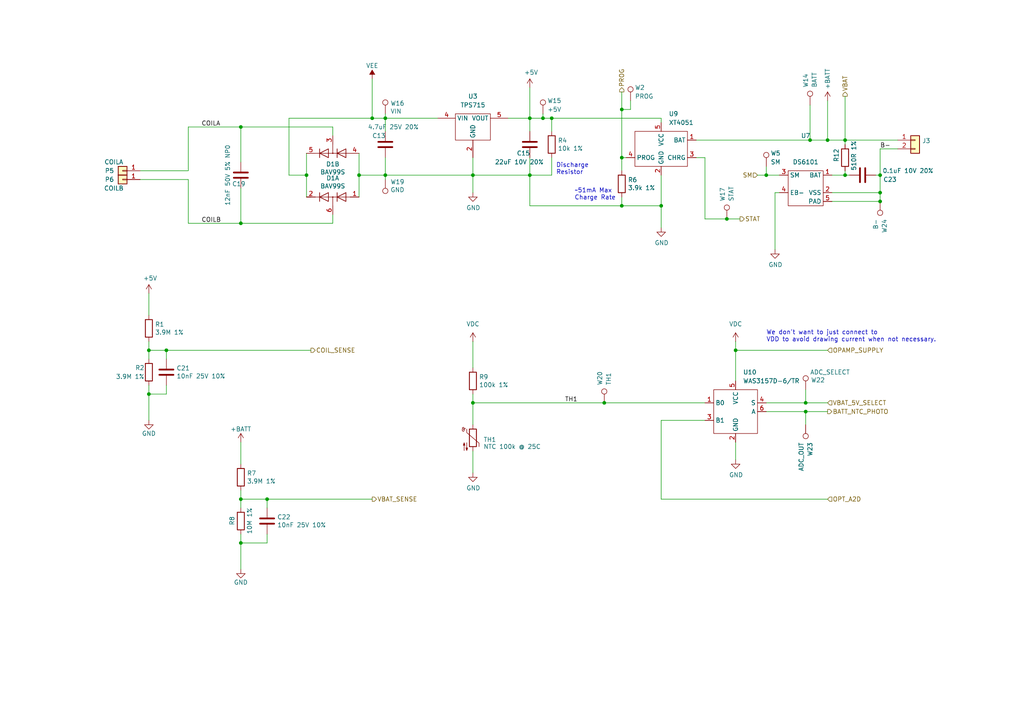
<source format=kicad_sch>
(kicad_sch (version 20250114) (generator "eeschema") (generator_version "9.0")
  (paper "A4")
  (title_block (title "Pixels D20 Schematic, Main") (date "2022-08-26") (rev "13") (company "Systemic Games, LLC") (comment 1 "Wireless Charging Circuitry"))
  (lib_symbols
    (symbol "Connector_Generic:Conn_01x01" (pin_names (offset 1.016) (hide yes))
      (property "Reference" "J" (at 0 2.54 0))
      (property "Value" "Conn_01x01" (at 0 -2.54 0))
      (symbol "Conn_01x01_1_1"
        (rectangle (start -1.27 1.27) (end 1.27 -1.27) (stroke (width 0.254)) (fill (type background)))
        (rectangle (start -1.27 0.127) (end 0 -0.127) (stroke (width 0.1524)))
        (pin passive line (at -5.08 0 0) (length 3.81) (name "Pin_1") (number "1"))
      )
    )
    (symbol "Connector_Generic:Conn_01x02" (pin_names (offset 1.016) (hide yes))
      (property "Reference" "J" (at 0 2.54 0))
      (property "Value" "Conn_01x02" (at 0 -5.08 0))
      (symbol "Conn_01x02_1_1"
        (rectangle (start -1.27 1.27) (end 1.27 -3.81) (stroke (width 0.254)) (fill (type background)))
        (rectangle (start -1.27 0.127) (end 0 -0.127) (stroke (width 0.1524)))
        (rectangle (start -1.27 -2.413) (end 0 -2.667) (stroke (width 0.1524)))
        (pin passive line (at -5.08 0 0) (length 3.81) (name "Pin_1") (number "1"))
        (pin passive line (at -5.08 -2.54 0) (length 3.81) (name "Pin_2") (number "2"))
      )
    )
    (symbol "Device:C" (pin_numbers (hide yes)) (pin_names (offset 0.254))
      (property "Reference" "C" (at 0.635 2.54 0))
      (property "Value" "C" (at 0.635 -2.54 0))
      (symbol "C_0_1"
        (polyline (pts (xy -2.032 0.762) (xy 2.032 0.762)) (stroke (width 0.508)))
        (polyline (pts (xy -2.032 -0.762) (xy 2.032 -0.762)) (stroke (width 0.508)))
      )
      (symbol "C_1_1"
        (pin passive line (at 0 3.81 270) (length 2.794) (name "~") (number "1"))
        (pin passive line (at 0 -3.81 90) (length 2.794) (name "~") (number "2"))
      )
    )
    (symbol "Device:R" (pin_numbers (hide yes)) (pin_names (offset 0))
      (property "Reference" "R" (at 2.032 0 90))
      (property "Value" "R" (at 0 0 90))
      (symbol "R_0_1"
        (rectangle (start -1.016 -2.54) (end 1.016 2.54) (stroke (width 0.254)))
      )
      (symbol "R_1_1"
        (pin passive line (at 0 3.81 270) (length 1.27) (name "~") (number "1"))
        (pin passive line (at 0 -3.81 90) (length 1.27) (name "~") (number "2"))
      )
    )
    (symbol "Device:Thermistor_NTC" (pin_numbers (hide yes)) (pin_names (offset 0))
      (property "Reference" "TH" (at -4.445 0 90))
      (property "Value" "Thermistor_NTC" (at 3.175 0 90))
      (symbol "Thermistor_NTC_0_1"
        (arc (start -3.175 2.413) (mid -3.0506 2.3165) (end -3.048 2.159))
        (arc (start -3.048 2.794) (mid -2.9736 2.9736) (end -2.794 3.048))
        (arc (start -2.794 3.048) (mid -2.6144 2.9736) (end -2.54 2.794))
        (arc (start -2.794 2.54) (mid -2.9736 2.6144) (end -3.048 2.794))
        (arc (start -2.794 1.905) (mid -2.9736 1.9794) (end -3.048 2.159))
        (arc (start -2.54 2.159) (mid -2.6144 1.9794) (end -2.794 1.905))
        (arc (start -2.159 2.794) (mid -2.434 2.5608) (end -2.794 2.54))
        (polyline (pts (xy -2.54 2.159) (xy -2.54 2.794)))
        (polyline (pts (xy -2.54 -3.683) (xy -2.54 -1.397) (xy -2.794 -2.159) (xy -2.286 -2.159) (xy -2.54 -1.397) (xy -2.54 -1.651)) (fill (type outline)))
        (polyline (pts (xy -1.778 2.54) (xy -1.778 1.524) (xy 1.778 -1.524) (xy 1.778 -2.54)))
        (polyline (pts (xy -1.778 -1.397) (xy -1.778 -3.683) (xy -2.032 -2.921) (xy -1.524 -2.921) (xy -1.778 -3.683) (xy -1.778 -3.429)) (fill (type outline)))
        (rectangle (start -1.016 2.54) (end 1.016 -2.54) (stroke (width 0.254)))
      )
      (symbol "Thermistor_NTC_1_1"
        (pin passive line (at 0 3.81 270) (length 1.27) (name "~") (number "1"))
        (pin passive line (at 0 -3.81 90) (length 1.27) (name "~") (number "2"))
      )
    )
    (symbol "Pixels-dice:BAV99S-diode" (pin_names (offset 0.0254) (hide yes))
      (property "Reference" "D" (at 0 2.54 0))
      (property "Value" "BAV99S-diode" (at 0 5.08 0))
      (symbol "BAV99S-diode_0_1"
        (polyline (pts (xy -5.08 0) (xy 5.08 0)))
        (polyline (pts (xy -3.81 1.27) (xy -1.27 0) (xy -3.81 -1.27) (xy -3.81 1.27) (xy -3.81 1.27) (xy -3.81 1.27)) (stroke (width 0.2032)))
        (polyline (pts (xy -1.27 -1.27) (xy -1.27 1.27) (xy -1.27 1.27)) (stroke (width 0.2032)))
        (polyline (pts (xy 0 0) (xy 0 -2.54)))
        (circle (center 0 0) (radius 0.127))
        (polyline (pts (xy 1.27 1.27) (xy 3.81 0) (xy 1.27 -1.27) (xy 1.27 1.27) (xy 1.27 1.27) (xy 1.27 1.27)) (stroke (width 0.2032)))
        (polyline (pts (xy 3.81 1.27) (xy 3.81 -1.27) (xy 3.81 -1.27)) (stroke (width 0.2032)))
      )
      (symbol "BAV99S-diode_1_1"
        (polyline (pts (xy 6.35 0) (xy 7.62 0)))
        (pin passive line (at -7.62 0 0) (length 2.54) (name "A1") (number "1"))
        (pin passive line (at 0 -5.08 90) (length 2.54) (name "K3A4") (number "6"))
        (pin passive line (at 7.62 0 180) (length 2.54) (name "K2") (number "2"))
      )
      (symbol "BAV99S-diode_2_1"
        (polyline (pts (xy 6.35 0) (xy 7.62 0)))
        (pin passive line (at -7.62 0 0) (length 2.54) (name "A3") (number "4"))
        (pin passive line (at 0 -5.08 90) (length 2.54) (name "K1A2") (number "3"))
        (pin passive line (at 7.62 0 180) (length 2.54) (name "K4") (number "5"))
      )
    )
    (symbol "Pixels-dice:DS6101"
      (property "Reference" "U" (at 3.556 -6.35 0))
      (property "Value" "DS6101" (at 0 0 0))
      (symbol "DS6101_0_1"
        (rectangle (start -5.08 5.08) (end 5.08 -5.08))
      )
      (symbol "DS6101_1_1"
        (pin input line (at -7.62 3.81 0) (length 2.54) (name "SM") (number "3"))
        (pin input line (at -7.62 -1.27 0) (length 2.54) (name "EB-") (number "4"))
        (pin power_in line (at 7.62 3.81 180) (length 2.54) (name "BAT") (number "1"))
        (pin power_in line (at 7.62 -1.27 180) (length 2.54) (name "VSS") (number "2"))
        (pin free line (at 7.62 -3.81 180) (length 2.54) (name "PAD") (number "5"))
      )
    )
    (symbol "Pixels-dice:TEST_1P-conn" (pin_numbers (hide yes)) (pin_names (offset 0.762) (hide yes))
      (property "Reference" "W" (at 0 6.858 0))
      (property "Value" "TEST_1P-conn" (at 0 5.08 0))
      (symbol "TEST_1P-conn_0_1"
        (circle (center 0 3.302) (radius 0.762))
      )
      (symbol "TEST_1P-conn_1_1"
        (pin passive line (at 0 0 90) (length 2.54) (name "1") (number "1"))
      )
    )
    (symbol "Pixels-dice:TPS715"
      (property "Reference" "U" (at 3.048 -5.08 0))
      (property "Value" "TPS715" (at -0.254 5.08 0))
      (symbol "TPS715_0_1"
        (rectangle (start -5.08 3.81) (end 5.08 -3.81))
      )
      (symbol "TPS715_1_1"
        (pin power_in line (at -10.16 2.54 0) (length 5.08) (name "VIN") (number "4"))
        (pin power_in line (at 0 -8.89 90) (length 5.08) (name "GND") (number "2"))
        (pin power_out line (at 10.16 2.54 180) (length 5.08) (name "VOUT") (number "5"))
      )
    )
    (symbol "Pixels-dice:WAS3157D-6/TR"
      (property "Reference" "U" (at 3.81 -7.874 0))
      (property "Value" "WAS3157D-6/TR" (at 12.954 7.62 0))
      (symbol "WAS3157D-6/TR_0_1"
        (rectangle (start -6.35 6.35) (end 6.35 -6.35))
      )
      (symbol "WAS3157D-6/TR_1_1"
        (pin bidirectional line (at -8.89 2.54 0) (length 2.54) (name "B0") (number "1"))
        (pin bidirectional line (at -8.89 -2.54 0) (length 2.54) (name "B1") (number "3"))
        (pin power_in line (at 0 8.89 270) (length 2.54) (name "VCC") (number "5"))
        (pin power_in line (at 0 -8.89 90) (length 2.54) (name "GND") (number "2"))
        (pin input line (at 8.89 2.54 180) (length 2.54) (name "S") (number "4"))
        (pin bidirectional line (at 8.89 0 180) (length 2.54) (name "A") (number "6"))
      )
    )
    (symbol "Pixels-dice:XT4051"
      (property "Reference" "U" (at 5.334 -6.35 0))
      (property "Value" "XT4051" (at 0 1.27 0))
      (symbol "XT4051_0_1"
        (rectangle (start -7.62 5.08) (end 7.62 -5.08))
      )
      (symbol "XT4051_1_1"
        (pin input line (at -10.16 -2.54 0) (length 2.54) (name "PROG") (number "4"))
        (pin power_in line (at 0 7.62 270) (length 2.54) (name "VCC") (number "5"))
        (pin power_in line (at 0 -7.62 90) (length 2.54) (name "GND") (number "2"))
        (pin power_out line (at 10.16 2.54 180) (length 2.54) (name "BAT") (number "1"))
        (pin output line (at 10.16 -2.54 180) (length 2.54) (name "CHRG") (number "3"))
      )
    )
    (symbol "power:+5V" (power) (pin_names (offset 0))
      (property "Value" "+5V" (at 0 3.556 0))
      (symbol "+5V_0_1"
        (polyline (pts (xy -0.762 1.27) (xy 0 2.54)))
        (polyline (pts (xy 0 2.54) (xy 0.762 1.27)))
        (polyline (pts (xy 0 0) (xy 0 2.54)))
      )
      (symbol "+5V_1_1"
        (pin power_in line (at 0 0 90) (length 0) (hide yes) (name "+5V") (number "1"))
      )
    )
    (symbol "power:+BATT" (power) (pin_names (offset 0))
      (property "Value" "+BATT" (at 0 3.556 0))
      (symbol "+BATT_0_1"
        (polyline (pts (xy -0.762 1.27) (xy 0 2.54)))
        (polyline (pts (xy 0 2.54) (xy 0.762 1.27)))
        (polyline (pts (xy 0 0) (xy 0 2.54)))
      )
      (symbol "+BATT_1_1"
        (pin power_in line (at 0 0 90) (length 0) (hide yes) (name "+BATT") (number "1"))
      )
    )
    (symbol "power:GND" (power) (pin_names (offset 0))
      (property "Value" "GND" (at 0 -3.81 0))
      (symbol "GND_0_1"
        (polyline (pts (xy 0 0) (xy 0 -1.27) (xy 1.27 -1.27) (xy 0 -2.54) (xy -1.27 -1.27) (xy 0 -1.27)))
      )
      (symbol "GND_1_1"
        (pin power_in line (at 0 0 270) (length 0) (hide yes) (name "GND") (number "1"))
      )
    )
    (symbol "power:VDC" (power) (pin_numbers (hide yes)) (pin_names (offset 0) (hide yes))
      (property "Value" "VDC" (at 0 3.556 0))
      (symbol "VDC_0_1"
        (polyline (pts (xy -0.762 1.27) (xy 0 2.54)))
        (polyline (pts (xy 0 2.54) (xy 0.762 1.27)))
        (polyline (pts (xy 0 0) (xy 0 2.54)))
      )
      (symbol "VDC_1_1"
        (pin power_in line (at 0 0 90) (length 0) (name "~") (number "1"))
      )
    )
    (symbol "power:VEE" (power) (pin_names (offset 0))
      (property "Value" "VEE" (at 0 3.81 0))
      (symbol "VEE_0_1"
        (polyline (pts (xy 0 0) (xy 0 2.54)))
        (polyline (pts (xy 0.762 1.27) (xy -0.762 1.27) (xy 0 2.54) (xy 0.762 1.27)) (fill (type outline)))
      )
      (symbol "VEE_1_1"
        (pin power_in line (at 0 0 90) (length 0) (hide yes) (name "VEE") (number "1"))
      )
    )
  )
  (text "We don't want to just connect to\nVDD to avoid drawing current when not necessary." (at 222.25 99.314 0) (effects (font (size 1.27 1.27)) (justify left bottom)))
  (text "~51mA Max\nCharge Rate" (at 166.624 58.166 0) (effects (font (size 1.27 1.27)) (justify left bottom)))
  (text "Discharge\nResistor" (at 161.29 50.8 0) (effects (font (size 1.27 1.27)) (justify left bottom)))
  (junction (at 245.11 50.8))
  (junction (at 88.9 50.8))
  (junction (at 180.34 59.69))
  (junction (at 245.11 40.64))
  (junction (at 43.18 101.6))
  (junction (at 43.18 114.3))
  (junction (at 191.77 59.69))
  (junction (at 77.47 144.78))
  (junction (at 160.02 34.29))
  (junction (at 153.67 50.8))
  (junction (at 240.03 40.64))
  (junction (at 137.16 50.8))
  (junction (at 111.76 50.8))
  (junction (at 69.85 36.83))
  (junction (at 180.34 31.75))
  (junction (at 137.16 116.84))
  (junction (at 175.26 116.84))
  (junction (at 111.76 34.29))
  (junction (at 222.25 50.8))
  (junction (at 180.34 45.72))
  (junction (at 233.68 119.38))
  (junction (at 233.68 116.84))
  (junction (at 69.85 157.48))
  (junction (at 48.26 101.6))
  (junction (at 234.95 40.64))
  (junction (at 255.27 58.42))
  (junction (at 153.67 34.29))
  (junction (at 69.85 64.77))
  (junction (at 213.36 101.6))
  (junction (at 157.48 34.29))
  (junction (at 69.85 144.78))
  (junction (at 104.14 50.8))
  (junction (at 210.82 63.5))
  (junction (at 107.95 34.29))
  (junction (at 255.27 50.8))
  (junction (at 255.27 55.88))
  (wire (pts (xy 160.02 45.72) (xy 160.02 50.8)))
  (wire (pts (xy 153.67 59.69) (xy 180.34 59.69)))
  (wire (pts (xy 213.36 101.6) (xy 213.36 110.49)))
  (wire (pts (xy 233.68 119.38) (xy 240.03 119.38)))
  (wire (pts (xy 69.85 64.77) (xy 54.61 64.77)))
  (wire (pts (xy 234.95 40.64) (xy 240.03 40.64)))
  (wire (pts (xy 77.47 157.48) (xy 69.85 157.48)))
  (wire (pts (xy 43.18 111.76) (xy 43.18 114.3)))
  (wire (pts (xy 191.77 144.78) (xy 240.03 144.78)))
  (wire (pts (xy 153.67 50.8) (xy 153.67 59.69)))
  (wire (pts (xy 222.25 116.84) (xy 233.68 116.84)))
  (wire (pts (xy 111.76 34.29) (xy 127 34.29)))
  (wire (pts (xy 147.32 34.29) (xy 153.67 34.29)))
  (wire (pts (xy 157.48 33.02) (xy 157.48 34.29)))
  (wire (pts (xy 204.47 63.5) (xy 210.82 63.5)))
  (wire (pts (xy 43.18 91.44) (xy 43.18 85.09)))
  (wire (pts (xy 69.85 36.83) (xy 54.61 36.83)))
  (wire (pts (xy 160.02 34.29) (xy 160.02 38.1)))
  (wire (pts (xy 245.11 27.94) (xy 245.11 40.64)))
  (wire (pts (xy 153.67 25.4) (xy 153.67 34.29)))
  (wire (pts (xy 245.11 40.64) (xy 240.03 40.64)))
  (wire (pts (xy 54.61 64.77) (xy 54.61 52.07)))
  (wire (pts (xy 180.34 59.69) (xy 191.77 59.69)))
  (wire (pts (xy 88.9 44.45) (xy 88.9 50.8)))
  (wire (pts (xy 153.67 50.8) (xy 153.67 45.72)))
  (wire (pts (xy 40.64 49.53) (xy 54.61 49.53)))
  (wire (pts (xy 234.95 30.48) (xy 234.95 40.64)))
  (wire (pts (xy 204.47 45.72) (xy 204.47 63.5)))
  (wire (pts (xy 43.18 99.06) (xy 43.18 101.6)))
  (wire (pts (xy 43.18 114.3) (xy 43.18 121.92)))
  (wire (pts (xy 255.27 43.18) (xy 260.35 43.18)))
  (wire (pts (xy 222.25 50.8) (xy 226.06 50.8)))
  (wire (pts (xy 43.18 104.14) (xy 43.18 101.6)))
  (wire (pts (xy 137.16 99.06) (xy 137.16 106.68)))
  (wire (pts (xy 54.61 36.83) (xy 54.61 49.53)))
  (wire (pts (xy 88.9 50.8) (xy 88.9 57.15)))
  (wire (pts (xy 157.48 34.29) (xy 160.02 34.29)))
  (wire (pts (xy 104.14 44.45) (xy 104.14 50.8)))
  (wire (pts (xy 137.16 50.8) (xy 153.67 50.8)))
  (wire (pts (xy 104.14 50.8) (xy 104.14 57.15)))
  (wire (pts (xy 160.02 34.29) (xy 191.77 34.29)))
  (wire (pts (xy 111.76 33.02) (xy 111.76 34.29)))
  (wire (pts (xy 77.47 144.78) (xy 69.85 144.78)))
  (wire (pts (xy 240.03 101.6) (xy 213.36 101.6)))
  (wire (pts (xy 182.88 31.75) (xy 180.34 31.75)))
  (wire (pts (xy 77.47 154.94) (xy 77.47 157.48)))
  (wire (pts (xy 48.26 111.76) (xy 48.26 114.3)))
  (wire (pts (xy 137.16 116.84) (xy 175.26 116.84)))
  (wire (pts (xy 222.25 119.38) (xy 233.68 119.38)))
  (wire (pts (xy 233.68 119.38) (xy 233.68 123.19)))
  (wire (pts (xy 241.3 58.42) (xy 255.27 58.42)))
  (wire (pts (xy 43.18 101.6) (xy 48.26 101.6)))
  (wire (pts (xy 255.27 55.88) (xy 241.3 55.88)))
  (wire (pts (xy 255.27 50.8) (xy 255.27 55.88)))
  (wire (pts (xy 137.16 114.3) (xy 137.16 116.84)))
  (wire (pts (xy 224.79 55.88) (xy 226.06 55.88)))
  (wire (pts (xy 245.11 50.8) (xy 241.3 50.8)))
  (wire (pts (xy 222.25 48.26) (xy 222.25 50.8)))
  (wire (pts (xy 96.52 62.23) (xy 96.52 64.77)))
  (wire (pts (xy 255.27 58.42) (xy 255.27 55.88)))
  (wire (pts (xy 111.76 34.29) (xy 111.76 38.1)))
  (wire (pts (xy 182.88 29.21) (xy 182.88 31.75)))
  (wire (pts (xy 137.16 50.8) (xy 137.16 55.88)))
  (wire (pts (xy 204.47 45.72) (xy 201.93 45.72)))
  (wire (pts (xy 233.68 116.84) (xy 240.03 116.84)))
  (wire (pts (xy 137.16 130.81) (xy 137.16 137.16)))
  (wire (pts (xy 213.36 99.06) (xy 213.36 101.6)))
  (wire (pts (xy 180.34 31.75) (xy 180.34 45.72)))
  (wire (pts (xy 69.85 144.78) (xy 69.85 147.32)))
  (wire (pts (xy 245.11 40.64) (xy 245.11 41.91)))
  (wire (pts (xy 69.85 128.27) (xy 69.85 134.62)))
  (wire (pts (xy 69.85 154.94) (xy 69.85 157.48)))
  (wire (pts (xy 77.47 144.78) (xy 107.95 144.78)))
  (wire (pts (xy 175.26 116.84) (xy 204.47 116.84)))
  (wire (pts (xy 40.64 52.07) (xy 54.61 52.07)))
  (wire (pts (xy 240.03 29.21) (xy 240.03 40.64)))
  (wire (pts (xy 48.26 101.6) (xy 90.17 101.6)))
  (wire (pts (xy 69.85 54.61) (xy 69.85 64.77)))
  (wire (pts (xy 224.79 55.88) (xy 224.79 72.39)))
  (wire (pts (xy 111.76 50.8) (xy 104.14 50.8)))
  (wire (pts (xy 219.71 50.8) (xy 222.25 50.8)))
  (wire (pts (xy 191.77 35.56) (xy 191.77 34.29)))
  (wire (pts (xy 48.26 104.14) (xy 48.26 101.6)))
  (wire (pts (xy 191.77 50.8) (xy 191.77 59.69)))
  (wire (pts (xy 180.34 26.67) (xy 180.34 31.75)))
  (wire (pts (xy 213.36 128.27) (xy 213.36 133.35)))
  (wire (pts (xy 233.68 113.03) (xy 233.68 116.84)))
  (wire (pts (xy 210.82 63.5) (xy 214.63 63.5)))
  (wire (pts (xy 153.67 34.29) (xy 153.67 38.1)))
  (wire (pts (xy 83.82 34.29) (xy 107.95 34.29)))
  (wire (pts (xy 137.16 45.72) (xy 137.16 50.8)))
  (wire (pts (xy 255.27 43.18) (xy 255.27 50.8)))
  (wire (pts (xy 69.85 36.83) (xy 96.52 36.83)))
  (wire (pts (xy 88.9 50.8) (xy 83.82 50.8)))
  (wire (pts (xy 77.47 144.78) (xy 77.47 147.32)))
  (wire (pts (xy 48.26 114.3) (xy 43.18 114.3)))
  (wire (pts (xy 181.61 45.72) (xy 180.34 45.72)))
  (wire (pts (xy 245.11 49.53) (xy 245.11 50.8)))
  (wire (pts (xy 111.76 52.07) (xy 111.76 50.8)))
  (wire (pts (xy 160.02 50.8) (xy 153.67 50.8)))
  (wire (pts (xy 69.85 142.24) (xy 69.85 144.78)))
  (wire (pts (xy 254 50.8) (xy 255.27 50.8)))
  (wire (pts (xy 153.67 34.29) (xy 157.48 34.29)))
  (wire (pts (xy 245.11 40.64) (xy 260.35 40.64)))
  (wire (pts (xy 191.77 144.78) (xy 191.77 121.92)))
  (wire (pts (xy 201.93 40.64) (xy 234.95 40.64)))
  (wire (pts (xy 83.82 50.8) (xy 83.82 34.29)))
  (wire (pts (xy 180.34 57.15) (xy 180.34 59.69)))
  (wire (pts (xy 69.85 157.48) (xy 69.85 165.1)))
  (wire (pts (xy 107.95 22.86) (xy 107.95 34.29)))
  (wire (pts (xy 111.76 45.72) (xy 111.76 50.8)))
  (wire (pts (xy 191.77 121.92) (xy 204.47 121.92)))
  (wire (pts (xy 111.76 50.8) (xy 137.16 50.8)))
  (wire (pts (xy 96.52 39.37) (xy 96.52 36.83)))
  (wire (pts (xy 180.34 45.72) (xy 180.34 49.53)))
  (wire (pts (xy 69.85 46.99) (xy 69.85 36.83)))
  (wire (pts (xy 191.77 59.69) (xy 191.77 66.04)))
  (wire (pts (xy 107.95 34.29) (xy 111.76 34.29)))
  (wire (pts (xy 245.11 50.8) (xy 246.38 50.8)))
  (wire (pts (xy 137.16 116.84) (xy 137.16 123.19)))
  (wire (pts (xy 69.85 64.77) (xy 96.52 64.77)))
  (label "COILB" (at 58.42 64.77 0))
  (label "B-" (at 255.27 43.18 0))
  (label "TH1" (at 163.83 116.84 0))
  (label "COILA" (at 58.42 36.83 0))
  (hierarchical_label "SM" (shape input) (at 219.71 50.8 180))
  (hierarchical_label "PROG" (shape output) (at 180.34 26.67 90))
  (hierarchical_label "VBAT_5V_SELECT" (shape input) (at 240.03 116.84 0))
  (hierarchical_label "VBAT" (shape output) (at 245.11 27.94 90))
  (hierarchical_label "OPT_A2D" (shape input) (at 240.03 144.78 0))
  (hierarchical_label "VBAT_SENSE" (shape output) (at 107.95 144.78 0))
  (hierarchical_label "COIL_SENSE" (shape output) (at 90.17 101.6 0))
  (hierarchical_label "STAT" (shape output) (at 214.63 63.5 0))
  (hierarchical_label "BATT_NTC_PHOTO" (shape output) (at 240.03 119.38 0))
  (hierarchical_label "OPAMP_SUPPLY" (shape input) (at 240.03 101.6 0))
  (symbol (lib_id "power:GND") (at 224.79 72.39 0) (unit 1)
    (property "Reference" "#PWR052" (effects (hide yes)))
    (property "Value" "GND" (at 224.917 76.7842 0))
  )
  (symbol (lib_id "Pixels-dice:TPS715") (at 137.16 36.83 0) (unit 1)
    (property "Reference" "U3" (at 137.16 27.94 0))
    (property "Value" "TPS715" (at 137.16 30.48 0))
    (property "Footprint" "Package_TO_SOT_SMD:SOT-353_SC-70-5" (effects (hide yes)))
    (property "Manufacturer" "TECH PUBLIC" (effects (hide yes)))
    (property "Part Number" "TPS71550DCKR-TP" (effects (hide yes)))
    (property "Alternate Manufacturer" "Texas Instruments" (effects (hide yes)))
    (property "Alternate PN" "TPS71550DCKR" (effects (hide yes)))
    (property "Alternate LCSC Part #" "C571193" (effects (hide yes)))
    (property "LCSC Part #" "C7202975" (effects (hide yes)))
  )
  (symbol (lib_id "Pixels-dice:TEST_1P-conn") (at 233.68 123.19 180) (unit 1) (in_bom no)
    (property "Reference" "W23" (at 234.95 128.27 90) (effects (justify left)))
    (property "Value" "ADC_OUT" (at 232.41 128.27 90) (effects (justify left)))
    (property "Footprint" "Pixels-dice:TEST_PIN" (effects (hide yes)))
    (property "Generic OK" "N/A" (effects (hide yes)))
  )
  (symbol (lib_id "Device:C") (at 111.76 41.91 0) (unit 1)
    (property "Reference" "C13" (at 107.95 39.37 0) (effects (justify left)))
    (property "Value" "4.7uF 25V 20%" (at 106.68 36.83 0) (effects (justify left)))
    (property "Footprint" "Capacitor_SMD:C_0402_1005Metric" (effects (hide yes)))
    (property "Generic OK" "YES" (effects (hide yes)))
    (property "Manufacturer" "HRE" (effects (hide yes)))
    (property "Part Number" "CGA0402X5R475M250GT" (effects (hide yes)))
    (property "LCSC Part #" "C6119795" (effects (hide yes)))
  )
  (symbol (lib_id "Device:R") (at 137.16 110.49 0) (unit 1)
    (property "Reference" "R9" (at 138.938 109.3216 0) (effects (justify left)))
    (property "Value" "100k 1%" (at 138.938 111.633 0) (effects (justify left)))
    (property "Footprint" "Resistor_SMD:R_0201_0603Metric" (effects (hide yes)))
    (property "Generic OK" "YES" (effects (hide yes)))
    (property "Manufacturer" "UNI-ROYAL(Uniroyal Elec)" (effects (hide yes)))
    (property "Part Number" "0201WMF1003TEE" (effects (hide yes)))
    (property "LCSC Part #" "C270364" (effects (hide yes)))
  )
  (symbol (lib_id "Pixels-dice:TEST_1P-conn") (at 111.76 33.02 0) (unit 1) (in_bom no)
    (property "Reference" "W16" (at 113.2332 29.972 0) (effects (justify left)))
    (property "Value" "VIN" (at 113.2332 32.2834 0) (effects (justify left)))
    (property "Footprint" "Pixels-dice:TEST_PIN" (effects (hide yes)))
    (property "Generic OK" "N/A" (effects (hide yes)))
  )
  (symbol (lib_id "Device:R") (at 160.02 41.91 0) (unit 1)
    (property "Reference" "R4" (at 161.798 40.7416 0) (effects (justify left)))
    (property "Value" "10k 1%" (at 161.798 43.053 0) (effects (justify left)))
    (property "Footprint" "Resistor_SMD:R_0201_0603Metric" (effects (hide yes)))
    (property "Generic OK" "YES" (effects (hide yes)))
    (property "Manufacturer" "UNI-ROYAL(Uniroyal Elec)" (effects (hide yes)))
    (property "Part Number" "0201WMF1002TEE" (effects (hide yes)))
    (property "LCSC Part #" "C473048" (effects (hide yes)))
  )
  (symbol (lib_id "Device:Thermistor_NTC") (at 137.16 127 0) (unit 1)
    (property "Reference" "TH1" (at 140.208 127.508 0) (effects (justify left)))
    (property "Value" "NTC 100k @ 25C" (at 140.208 129.54 0) (effects (justify left)))
    (property "Footprint" "Pixels-dice:R_0402_1005Metric" (effects (hide yes)))
    (property "Generic OK" "NO" (effects (hide yes)))
    (property "Manufacturer" "TDK" (effects (hide yes)))
    (property "Part Number" "NTCG104EF104FT1X" (effects (hide yes)))
    (property "LCSC Part #" "C107344" (effects (hide yes)))
  )
  (symbol (lib_id "power:VEE") (at 107.95 22.86 0) (unit 1)
    (property "Reference" "#PWR032" (effects (hide yes)))
    (property "Value" "VEE" (at 107.95 19.05 0))
  )
  (symbol (lib_id "power:+5V") (at 43.18 85.09 0) (unit 1)
    (property "Reference" "#PWR057" (effects (hide yes)))
    (property "Value" "+5V" (at 43.561 80.6958 0))
  )
  (symbol (lib_id "Device:C") (at 69.85 50.8 0) (unit 1)
    (property "Reference" "C19" (at 67.31 53.34 0) (effects (justify left)))
    (property "Value" "12nF 50V 5% NP0" (at 66.04 59.69 90) (effects (justify left)))
    (property "Footprint" "Capacitor_SMD:C_0805_2012Metric" (effects (hide yes)))
    (property "Generic OK" "NO" (effects (hide yes)))
    (property "Manufacturer" "Murata" (effects (hide yes)))
    (property "Part Number" "GRM2195C1H123JA01D" (effects (hide yes)))
    (property "LCSC Part #" "C97906" (effects (hide yes)))
  )
  (symbol (lib_id "Device:C") (at 250.19 50.8 90) (unit 1)
    (property "Reference" "C23" (at 260.096 52.07 90) (effects (justify left)))
    (property "Value" "0.1uF 10V 20%" (at 270.764 49.53 90) (effects (justify left)))
    (property "Footprint" "Capacitor_SMD:C_0201_0603Metric" (effects (hide yes)))
    (property "Generic OK" "YES" (effects (hide yes)))
    (property "Manufacturer" "HRE" (effects (hide yes)))
    (property "Part Number" "CGA0201X5R104K100ET" (effects (hide yes)))
    (property "LCSC Part #" "C6119757" (effects (hide yes)))
  )
  (symbol (lib_id "Device:R") (at 180.34 53.34 0) (unit 1)
    (property "Reference" "R6" (at 182.118 52.1716 0) (effects (justify left)))
    (property "Value" "3.9k 1%" (at 182.118 54.483 0) (effects (justify left)))
    (property "Footprint" "Resistor_SMD:R_0201_0603Metric" (effects (hide yes)))
    (property "Generic OK" "YES" (effects (hide yes)))
    (property "Manufacturer" "UNI-ROYAL(Uniroyal Elec)" (effects (hide yes)))
    (property "Part Number" "0201WMF3651TEE" (effects (hide yes)))
    (property "LCSC Part #" "C516477" (effects (hide yes)))
  )
  (symbol (lib_id "Pixels-dice:TEST_1P-conn") (at 255.27 58.42 180) (unit 1) (in_bom no)
    (property "Reference" "W24" (at 256.54 63.5 90) (effects (justify left)))
    (property "Value" "B-" (at 254 63.5 90) (effects (justify left)))
    (property "Footprint" "Pixels-dice:TEST_PIN" (effects (hide yes)))
    (property "Generic OK" "N/A" (effects (hide yes)))
  )
  (symbol (lib_id "Device:R") (at 69.85 138.43 0) (unit 1)
    (property "Reference" "R7" (at 71.628 137.2616 0) (effects (justify left)))
    (property "Value" "3.9M 1%" (at 71.628 139.573 0) (effects (justify left)))
    (property "Footprint" "Resistor_SMD:R_0201_0603Metric" (effects (hide yes)))
    (property "Generic OK" "YES" (effects (hide yes)))
    (property "Manufacturer" "UNI-ROYAL(Uniroyal Elec)" (effects (hide yes)))
    (property "Part Number" "0201WMF3904TEE" (effects (hide yes)))
    (property "Alternate Manufacturer" "RALEC" (effects (hide yes)))
    (property "Alternate PN" "RTT013904FTH" (effects (hide yes)))
    (property "Alternate LCSC Part #" "C166210" (effects (hide yes)))
    (property "LCSC Part #" "C423545" (effects (hide yes)))
  )
  (symbol (lib_id "power:+BATT") (at 69.85 128.27 0) (unit 1)
    (property "Reference" "#PWR058" (effects (hide yes)))
    (property "Value" "+BATT" (at 69.85 124.46 0))
  )
  (symbol (lib_id "Device:R") (at 69.85 151.13 0) (unit 1)
    (property "Reference" "R8" (at 67.31 152.4 90) (effects (justify left)))
    (property "Value" "10M 1%" (at 72.39 154.94 90) (effects (justify left)))
    (property "Footprint" "Resistor_SMD:R_0201_0603Metric" (effects (hide yes)))
    (property "Generic OK" "YES" (effects (hide yes)))
    (property "Manufacturer" "UNI-ROYAL(Uniroyal Elec)" (effects (hide yes)))
    (property "Part Number" "0201WMF1005TEE" (effects (hide yes)))
    (property "LCSC Part #" "C423797" (effects (hide yes)))
  )
  (symbol (lib_id "power:VDC") (at 213.36 99.06 0) (unit 1)
    (property "Reference" "#PWR013" (effects (hide yes)))
    (property "Value" "VDC" (at 213.36 93.98 0))
    (property "Description" "Power symbol creates a global label with name \"VDC\"" (effects (hide yes)))
  )
  (symbol (lib_id "Device:R") (at 43.18 95.25 0) (unit 1)
    (property "Reference" "R1" (at 44.958 94.0816 0) (effects (justify left)))
    (property "Value" "3.9M 1%" (at 44.958 96.393 0) (effects (justify left)))
    (property "Footprint" "Resistor_SMD:R_0201_0603Metric" (effects (hide yes)))
    (property "Generic OK" "YES" (effects (hide yes)))
    (property "Manufacturer" "UNI-ROYAL(Uniroyal Elec)" (effects (hide yes)))
    (property "Part Number" "0201WMF3904TEE" (effects (hide yes)))
    (property "Alternate Manufacturer" "RALEC" (effects (hide yes)))
    (property "Alternate PN" "RTT013904FTH" (effects (hide yes)))
    (property "Alternate LCSC Part #" "C166210" (effects (hide yes)))
    (property "LCSC Part #" "C423545" (effects (hide yes)))
  )
  (symbol (lib_id "Device:R") (at 43.18 107.95 180) (unit 1)
    (property "Reference" "R2" (at 41.91 106.68 0) (effects (justify left)))
    (property "Value" "3.9M 1%" (at 41.91 109.22 0) (effects (justify left)))
    (property "Footprint" "Resistor_SMD:R_0201_0603Metric" (effects (hide yes)))
    (property "Generic OK" "YES" (effects (hide yes)))
    (property "Manufacturer" "UNI-ROYAL(Uniroyal Elec)" (effects (hide yes)))
    (property "Part Number" "0201WMF3904TEE" (effects (hide yes)))
    (property "Alternate Manufacturer" "RALEC" (effects (hide yes)))
    (property "Alternate PN" "RTT013904FTH" (effects (hide yes)))
    (property "Alternate LCSC Part #" "C166210" (effects (hide yes)))
    (property "LCSC Part #" "C423545" (effects (hide yes)))
  )
  (symbol (lib_id "power:GND") (at 69.85 165.1 0) (unit 1)
    (property "Reference" "#PWR060" (effects (hide yes)))
    (property "Value" "GND" (at 69.85 168.91 0))
  )
  (symbol (lib_id "power:+5V") (at 153.67 25.4 0) (unit 1)
    (property "Reference" "#PWR040" (effects (hide yes)))
    (property "Value" "+5V" (at 154.051 21.0058 0))
  )
  (symbol (lib_id "Device:C") (at 77.47 151.13 0) (unit 1)
    (property "Reference" "C22" (at 80.391 149.9616 0) (effects (justify left)))
    (property "Value" "10nF 25V 10%" (at 80.391 152.273 0) (effects (justify left)))
    (property "Footprint" "Capacitor_SMD:C_0201_0603Metric" (effects (hide yes)))
    (property "Generic OK" "YES" (effects (hide yes)))
    (property "Manufacturer" "HRE" (effects (hide yes)))
    (property "Part Number" "CGA0201X5R103K250ET" (effects (hide yes)))
    (property "Alternate Manufacturer" "Murata Electronics" (effects (hide yes)))
    (property "Alternate PN" "GRM033R71A103KA01D" (effects (hide yes)))
    (property "Alternate LCSC Part #" "C76941" (effects (hide yes)))
    (property "LCSC Part #" "C7503521" (effects (hide yes)))
  )
  (symbol (lib_id "Pixels-dice:TEST_1P-conn") (at 210.82 63.5 0) (unit 1) (in_bom no)
    (property "Reference" "W17" (at 209.55 58.42 90) (effects (justify left)))
    (property "Value" "STAT" (at 212.09 58.42 90) (effects (justify left)))
    (property "Footprint" "Pixels-dice:TEST_PIN" (effects (hide yes)))
    (property "Generic OK" "N/A" (effects (hide yes)))
  )
  (symbol (lib_id "Pixels-dice:TEST_1P-conn") (at 233.68 113.03 0) (unit 1) (in_bom no)
    (property "Reference" "W22" (at 235.204 110.236 0) (effects (justify left)))
    (property "Value" "ADC_SELECT" (at 234.95 107.95 0) (effects (justify left)))
    (property "Footprint" "Pixels-dice:TEST_PIN" (effects (hide yes)))
    (property "Generic OK" "N/A" (effects (hide yes)))
  )
  (symbol (lib_id "Device:R") (at 245.11 45.72 0) (unit 1)
    (property "Reference" "R12" (at 242.57 46.99 90) (effects (justify left)))
    (property "Value" "510R 1%" (at 247.65 49.53 90) (effects (justify left)))
    (property "Footprint" "Resistor_SMD:R_0201_0603Metric" (effects (hide yes)))
    (property "Generic OK" "YES" (effects (hide yes)))
    (property "Manufacturer" "UNI-ROYAL(Uniroyal Elec)" (effects (hide yes)))
    (property "Part Number" "NQ01WMJ0511TEE" (effects (hide yes)))
    (property "LCSC Part #" "C965307" (effects (hide yes)))
  )
  (symbol (lib_id "power:GND") (at 191.77 66.04 0) (unit 1)
    (property "Reference" "#PWR051" (effects (hide yes)))
    (property "Value" "GND" (at 191.897 70.4342 0))
  )
  (symbol (lib_id "power:GND") (at 137.16 55.88 0) (unit 1)
    (property "Reference" "#PWR050" (effects (hide yes)))
    (property "Value" "GND" (at 137.287 60.2742 0))
  )
  (symbol (lib_id "power:+BATT") (at 240.03 29.21 0) (unit 1)
    (property "Reference" "#PWR041" (effects (hide yes)))
    (property "Value" "+BATT" (at 240.03 22.86 90))
  )
  (symbol (lib_id "Connector_Generic:Conn_01x02") (at 265.43 40.64 0) (unit 1) (in_bom no)
    (property "Reference" "J3" (at 267.462 40.8432 0) (effects (justify left)))
    (property "Value" "Conn_01x02" (effects (hide yes)))
    (property "Footprint" "Pixels-dice:Hongjie 10100 Solder Tabs" (effects (hide yes)))
    (property "Generic OK" "N/A" (effects (hide yes)))
  )
  (symbol (lib_id "Pixels-dice:WAS3157D-6/TR") (at 213.36 119.38 0) (unit 1)
    (property "Reference" "U10" (at 215.5033 107.95 0) (effects (justify left)))
    (property "Value" "WAS3157D-6/TR" (at 215.5033 110.49 0) (effects (justify left)))
    (property "Footprint" "Pixels-dice:DFN1109-6" (effects (hide yes)))
    (property "Manufacturer" "WILLSEMI(Will Semicon)" (effects (hide yes)))
    (property "Part Number" "WAS3157D-6/TR" (effects (hide yes)))
    (property "LCSC Part #" "C2939860" (effects (hide yes)))
  )
  (symbol (lib_id "Pixels-dice:XT4051") (at 191.77 43.18 0) (unit 1)
    (property "Reference" "U9" (at 193.9641 33.02 0) (effects (justify left)))
    (property "Value" "XT4051" (at 193.9641 35.56 0) (effects (justify left)))
    (property "Footprint" "Package_TO_SOT_SMD:SOT-553" (effects (hide yes)))
    (property "Manufacturer" "NATLINEAR" (effects (hide yes)))
    (property "Part Number" "XT4051K421KR-G" (effects (hide yes)))
    (property "LCSC Part #" "C219186" (effects (hide yes)))
  )
  (symbol (lib_id "Device:C") (at 153.67 41.91 0) (unit 1)
    (property "Reference" "C15" (at 149.86 44.45 0) (effects (justify left)))
    (property "Value" "22uF 10V 20%" (at 143.51 46.99 0) (effects (justify left)))
    (property "Footprint" "Capacitor_SMD:C_0603_1608Metric" (effects (hide yes)))
    (property "Generic OK" "YES" (effects (hide yes)))
    (property "Manufacturer" "HRE" (effects (hide yes)))
    (property "Part Number" "CGA0603X5R226M100JT" (effects (hide yes)))
    (property "LCSC Part #" "C6119863" (effects (hide yes)))
  )
  (symbol (lib_id "power:VDC") (at 137.16 99.06 0) (unit 1)
    (property "Reference" "#PWR039" (effects (hide yes)))
    (property "Value" "VDC" (at 137.16 93.98 0))
    (property "Description" "Power symbol creates a global label with name \"VDC\"" (effects (hide yes)))
  )
  (symbol (lib_id "Pixels-dice:TEST_1P-conn") (at 111.76 52.07 180) (unit 1) (in_bom no)
    (property "Reference" "W19" (at 113.2332 52.7558 0) (effects (justify right)))
    (property "Value" "GND" (at 113.2332 55.0672 0) (effects (justify right)))
    (property "Footprint" "Pixels-dice:TEST_PIN" (effects (hide yes)))
    (property "Generic OK" "N/A" (effects (hide yes)))
  )
  (symbol (lib_id "Pixels-dice:TEST_1P-conn") (at 234.95 30.48 0) (unit 1) (in_bom no)
    (property "Reference" "W14" (at 233.68 25.4 90) (effects (justify left)))
    (property "Value" "BATT" (at 236.22 25.4 90) (effects (justify left)))
    (property "Footprint" "Pixels-dice:TEST_PIN" (effects (hide yes)))
    (property "Generic OK" "N/A" (effects (hide yes)))
  )
  (symbol (lib_id "Connector_Generic:Conn_01x01") (at 35.56 52.07 180) (unit 1) (in_bom no)
    (property "Reference" "P6" (at 31.75 52.07 0))
    (property "Value" "COILB" (at 33.02 54.61 0))
    (property "Footprint" "Pixels-dice:TestPoint_THTPad_D1.5mm_Drill0.7mm_nosilk" (effects (hide yes)))
    (property "Generic OK" "N/A" (effects (hide yes)))
  )
  (symbol (lib_id "Connector_Generic:Conn_01x01") (at 35.56 49.53 180) (unit 1) (in_bom no)
    (property "Reference" "P5" (at 31.75 49.53 0))
    (property "Value" "COILA" (at 33.02 46.99 0))
    (property "Footprint" "Pixels-dice:TestPoint_THTPad_D1.5mm_Drill0.7mm_nosilk" (effects (hide yes)))
    (property "Generic OK" "N/A" (effects (hide yes)))
  )
  (symbol (lib_id "Pixels-dice:TEST_1P-conn") (at 157.48 33.02 0) (unit 1) (in_bom no)
    (property "Reference" "W15" (at 158.75 29.21 0) (effects (justify left)))
    (property "Value" "+5V" (at 158.75 31.75 0) (effects (justify left)))
    (property "Footprint" "Pixels-dice:TEST_PIN" (effects (hide yes)))
    (property "Generic OK" "N/A" (effects (hide yes)))
  )
  (symbol (lib_id "Pixels-dice:TEST_1P-conn") (at 175.26 116.84 0) (unit 1) (in_bom no)
    (property "Reference" "W20" (at 173.99 111.76 90) (effects (justify left)))
    (property "Value" "TH1" (at 176.53 111.76 90) (effects (justify left)))
    (property "Footprint" "Pixels-dice:TEST_PIN" (effects (hide yes)))
    (property "Generic OK" "N/A" (effects (hide yes)))
  )
  (symbol (lib_id "Pixels-dice:TEST_1P-conn") (at 222.25 48.26 0) (unit 1) (in_bom no)
    (property "Reference" "W5" (at 223.52 44.45 0) (effects (justify left)))
    (property "Value" "SM" (at 223.52 46.99 0) (effects (justify left)))
    (property "Footprint" "Pixels-dice:TEST_PIN" (effects (hide yes)))
    (property "Generic OK" "N/A" (effects (hide yes)))
  )
  (symbol (lib_id "Pixels-dice:DS6101") (at 233.68 54.61 0) (unit 1)
    (property "Reference" "U7" (at 233.68 39.37 0))
    (property "Value" "DS6101" (at 233.68 46.99 0))
    (property "Footprint" "Package_DFN_QFN:UDFN-4-1EP_1x1mm_P0.65mm_EP0.48x0.48mm" (effects (hide yes)))
    (property "Manufacturer" "DSTECH" (effects (hide yes)))
    (property "Part Number" " DS6101AED4" (effects (hide yes)))
    (property "LCSC Part #" "C7499469" (effects (hide yes)))
  )
  (symbol (lib_id "Pixels-dice:TEST_1P-conn") (at 182.88 29.21 0) (unit 1) (in_bom no)
    (property "Reference" "W2" (at 184.15 25.4 0) (effects (justify left)))
    (property "Value" "PROG" (at 184.15 27.94 0) (effects (justify left)))
    (property "Footprint" "Pixels-dice:TEST_PIN" (effects (hide yes)))
    (property "Generic OK" "N/A" (effects (hide yes)))
  )
  (symbol (lib_id "power:GND") (at 137.16 137.16 0) (unit 1)
    (property "Reference" "#PWR022" (effects (hide yes)))
    (property "Value" "GND" (at 137.287 141.5542 0))
  )
  (symbol (lib_id "Pixels-dice:BAV99S-diode") (at 96.52 44.45 180) (unit 2)
    (property "Reference" "D1" (at 96.52 47.5996 0))
    (property "Value" "BAV99S" (at 96.52 49.911 0))
    (property "Footprint" "Pixels-dice:SOT-363_SC-70-6" (effects (hide yes)))
    (property "Datasheet" "https://assets.nexperia.com/documents/data-sheet/BAV99_SER.pdf" (effects (hide yes)))
    (property "Generic OK" "YES" (effects (hide yes)))
    (property "Manufacturer" "Nexperia" (effects (hide yes)))
    (property "Part Number" "BAV99S,115" (effects (hide yes)))
    (property "LCSC Part #" "C96225" (effects (hide yes)))
  )
  (symbol (lib_id "power:GND") (at 43.18 121.92 0) (unit 1)
    (property "Reference" "#PWR059" (effects (hide yes)))
    (property "Value" "GND" (at 43.18 125.73 0))
  )
  (symbol (lib_id "Pixels-dice:BAV99S-diode") (at 96.52 57.15 0) (mirror y) (unit 1)
    (property "Reference" "D1" (at 96.52 51.6636 0))
    (property "Value" "BAV99S" (at 96.52 53.975 0))
    (property "Footprint" "Pixels-dice:SOT-363_SC-70-6" (effects (hide yes)))
    (property "Datasheet" "https://assets.nexperia.com/documents/data-sheet/BAV99_SER.pdf" (effects (hide yes)))
    (property "Generic OK" "YES" (effects (hide yes)))
    (property "Manufacturer" "Nexperia" (effects (hide yes)))
    (property "Part Number" "BAV99S,115" (effects (hide yes)))
    (property "LCSC Part #" "C96225" (effects (hide yes)))
  )
  (symbol (lib_id "power:GND") (at 213.36 133.35 0) (unit 1)
    (property "Reference" "#PWR054" (effects (hide yes)))
    (property "Value" "GND" (at 213.487 137.7442 0))
  )
  (symbol (lib_id "Device:C") (at 48.26 107.95 0) (unit 1)
    (property "Reference" "C21" (at 51.181 106.7816 0) (effects (justify left)))
    (property "Value" "10nF 25V 10%" (at 51.181 109.093 0) (effects (justify left)))
    (property "Footprint" "Capacitor_SMD:C_0201_0603Metric" (effects (hide yes)))
    (property "Generic OK" "YES" (effects (hide yes)))
    (property "Manufacturer" "HRE" (effects (hide yes)))
    (property "Part Number" "CGA0201X5R103K250ET" (effects (hide yes)))
    (property "Alternate Manufacturer" "Murata Electronics" (effects (hide yes)))
    (property "Alternate PN" "GRM033R71A103KA01D" (effects (hide yes)))
    (property "Alternate LCSC Part #" "C76941" (effects (hide yes)))
    (property "LCSC Part #" "C7503521" (effects (hide yes)))
  )
)
</source>
